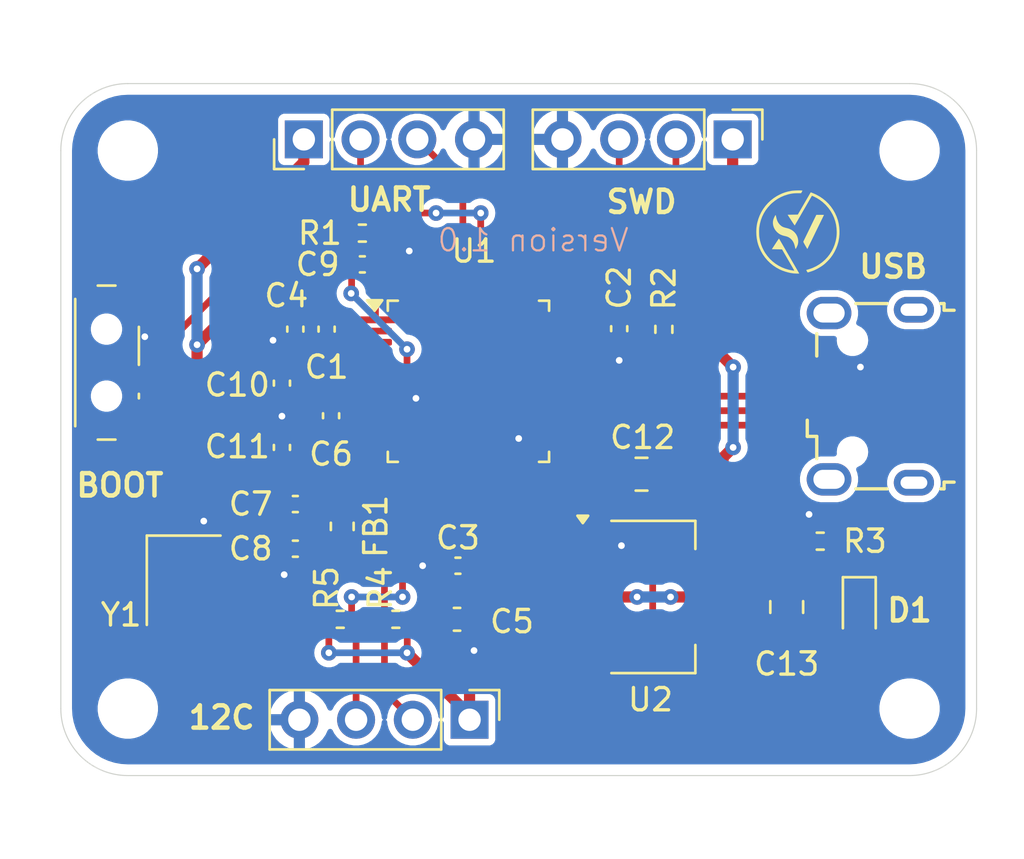
<source format=kicad_pcb>
(kicad_pcb (version 20240108) (generator "pcbnew") (generator_version "8.0")
  (layers (0 "F.Cu" signal) (31 "B.Cu" power) (34 "B.Paste" user) (35 "F.Paste" user) (36 "B.SilkS" user "B.Silkscreen") (37 "F.SilkS" user "F.Silkscreen") (38 "B.Mask" user) (39 "F.Mask" user) (44 "Edge.Cuts" user))
  (net 0 "")
  (net 1 "+3.3V")
  (net 2 "GND")
  (net 3 "+3.3VA")
  (net 4 "/NRST")
  (net 5 "/HSE_IN")
  (net 6 "/HSE_OUT")
  (net 7 "VBUS")
  (net 8 "/PWR_LED_K")
  (net 12 "/USB_D-")
  (net 14 "/USB_D+")
  (net 16 "/SWDIO")
  (net 17 "/SWCLK")
  (net 18 "/USART1_RX")
  (net 19 "/USART1_TX")
  (net 20 "/I2C2_SCL")
  (net 21 "/I2C2_SDA")
  (net 22 "/BOOT0")
  (net 23 "/SW_BOOT0")
  (footprint "Capacitor_SMD:C_0805_2012Metric" (layer "F.Cu") (at 124.5 86.45 90)
    (property "Reference" "C13" (at -2.55 0 0) (layer "F.SilkS"))
    (property "Value" "22u")
    (pad "1" smd roundrect (at -0.95 0 90) (size 1 1.45) (layers "F.Cu" "F.Paste" "F.Mask") (net 1 "+3.3V"))
    (pad "2" smd roundrect (at 0.95 0 90) (size 1 1.45) (layers "F.Cu" "F.Paste" "F.Mask") (net 2 "GND"))
  )
  (footprint "Connector_PinHeader_2.54mm:PinHeader_1x04_P2.54mm_Vertical" (layer "F.Cu") (at 102.88 65.5 90)
    (property "Reference" "UART" (at -2.7 3.82 0) (layer "F.SilkS") (effects (font (thickness 0.2) (bold yes))))
    (property "Value" "Conn_01x04_Pin")
    (pad "1" thru_hole rect (at 0 0 90) (size 1.7 1.7) (drill 1) (layers "*.Cu" "*.Mask") (net 1 "+3.3V"))
    (pad "2" thru_hole oval (at 0 2.54 90) (size 1.7 1.7) (drill 1) (layers "*.Cu" "*.Mask") (net 19 "/USART1_TX"))
    (pad "3" thru_hole oval (at 0 5.08 90) (size 1.7 1.7) (drill 1) (layers "*.Cu" "*.Mask") (net 18 "/USART1_RX"))
    (pad "4" thru_hole oval (at 0 7.62 90) (size 1.7 1.7) (drill 1) (layers "*.Cu" "*.Mask") (net 2 "GND"))
  )
  (footprint "Logo SV 2:Logo SV" (layer "F.Cu") (at 125.000064 73.564104)
    (property "Reference" "G***" (hide yes))
    (property "Value" "LOGO" (hide yes))
  )
  (footprint "Resistor_SMD:R_0402_1005Metric" (layer "F.Cu") (at 126 83.5 180)
    (property "Reference" "R3" (at -2 0 0) (layer "F.SilkS"))
    (property "Value" "1k5")
    (pad "1" smd roundrect (at -0.51 0 180) (size 0.54 0.64) (layers "F.Cu" "F.Paste" "F.Mask") (net 8 "/PWR_LED_K"))
    (pad "2" smd roundrect (at 0.51 0 180) (size 0.54 0.64) (layers "F.Cu" "F.Paste" "F.Mask") (net 2 "GND"))
  )
  (footprint "MountingHole:MountingHole_2.2mm_M2" (layer "F.Cu") (at 130 66)
    (property "Reference" "H2")
    (property "Value" "MountingHole")
    (pad "" np_thru_hole circle (at 0 0) (size 2.2 2.2) (drill 2.2) (layers "*.Cu" "*.Mask"))
  )
  (footprint "Capacitor_SMD:C_0402_1005Metric" (layer "F.Cu") (at 104.1 77.88 90)
    (property "Reference" "C6" (at -1.72 0 180) (layer "F.SilkS"))
    (property "Value" "10n")
    (pad "1" smd roundrect (at -0.48 0 90) (size 0.56 0.62) (layers "F.Cu" "F.Paste" "F.Mask") (net 3 "+3.3VA"))
    (pad "2" smd roundrect (at 0.48 0 90) (size 0.56 0.62) (layers "F.Cu" "F.Paste" "F.Mask") (net 2 "GND"))
  )
  (footprint "Capacitor_SMD:C_0603_1608Metric" (layer "F.Cu") (at 109.74 87)
    (property "Reference" "C5" (at 2.46 0.1 0) (layer "F.SilkS"))
    (property "Value" "10u")
    (pad "1" smd roundrect (at -0.775 0) (size 0.9 0.95) (layers "F.Cu" "F.Paste" "F.Mask") (net 1 "+3.3V"))
    (pad "2" smd roundrect (at 0.775 0) (size 0.9 0.95) (layers "F.Cu" "F.Paste" "F.Mask") (net 2 "GND"))
  )
  (footprint "Capacitor_SMD:C_0402_1005Metric" (layer "F.Cu") (at 102.5 81.8375 180)
    (property "Reference" "C7" (at 2 0 0) (layer "F.SilkS"))
    (property "Value" "1u")
    (pad "1" smd roundrect (at -0.48 0 180) (size 0.56 0.62) (layers "F.Cu" "F.Paste" "F.Mask") (net 3 "+3.3VA"))
    (pad "2" smd roundrect (at 0.48 0 180) (size 0.56 0.62) (layers "F.Cu" "F.Paste" "F.Mask") (net 2 "GND"))
  )
  (footprint "Crystal:Crystal_SMD_3225-4Pin_3.2x2.5mm" (layer "F.Cu") (at 97.5 85.25 -90)
    (property "Reference" "Y1" (at 1.55 2.8 0) (layer "F.SilkS"))
    (property "Value" "16MHz")
    (pad "1" smd rect (at -1.1 0.85 270) (size 1.4 1.2) (layers "F.Cu" "F.Paste" "F.Mask") (net 5 "/HSE_IN"))
    (pad "2" smd rect (at 1.1 0.85 270) (size 1.4 1.2) (layers "F.Cu" "F.Paste" "F.Mask") (net 2 "GND"))
    (pad "3" smd rect (at 1.1 -0.85 270) (size 1.4 1.2) (layers "F.Cu" "F.Paste" "F.Mask") (net 6 "/HSE_OUT"))
    (pad "4" smd rect (at -1.1 -0.85 270) (size 1.4 1.2) (layers "F.Cu" "F.Paste" "F.Mask") (net 2 "GND"))
  )
  (footprint "Capacitor_SMD:C_0402_1005Metric" (layer "F.Cu") (at 109.78 84.6 180)
    (property "Reference" "C3" (at 0 1.25 0) (layer "F.SilkS"))
    (property "Value" "100n")
    (pad "1" smd roundrect (at -0.48 0 180) (size 0.56 0.62) (layers "F.Cu" "F.Paste" "F.Mask") (net 1 "+3.3V"))
    (pad "2" smd roundrect (at 0.48 0 180) (size 0.56 0.62) (layers "F.Cu" "F.Paste" "F.Mask") (net 2 "GND"))
  )
  (footprint "MountingHole:MountingHole_2.2mm_M2" (layer "F.Cu") (at 95 66)
    (property "Reference" "H1")
    (property "Value" "MountingHole")
    (pad "" np_thru_hole circle (at 0 0) (size 2.2 2.2) (drill 2.2) (layers "*.Cu" "*.Mask"))
  )
  (footprint "Connector_PinHeader_2.54mm:PinHeader_1x04_P2.54mm_Vertical" (layer "F.Cu") (at 110.3 91.5 -90)
    (property "Reference" "12C" (at -0.1 11.1 180) (layer "F.SilkS") (effects (font (thickness 0.2) (bold yes))))
    (property "Value" "Conn_01x04_Pin")
    (pad "1" thru_hole rect (at 0 0 270) (size 1.7 1.7) (drill 1) (layers "*.Cu" "*.Mask") (net 1 "+3.3V"))
    (pad "2" thru_hole oval (at 0 2.54 270) (size 1.7 1.7) (drill 1) (layers "*.Cu" "*.Mask") (net 20 "/I2C2_SCL"))
    (pad "3" thru_hole oval (at 0 5.08 270) (size 1.7 1.7) (drill 1) (layers "*.Cu" "*.Mask") (net 21 "/I2C2_SDA"))
    (pad "4" thru_hole oval (at 0 7.62 270) (size 1.7 1.7) (drill 1) (layers "*.Cu" "*.Mask") (net 2 "GND"))
  )
  (footprint "SW_SPDT_PCM12_V2:SW_SPDT_PCM12_V2" (layer "F.Cu") (at 94.375 75.5 -90)
    (property "Reference" "BOOT" (at 5.5 -0.27 0) (layer "F.SilkS") (effects (font (thickness 0.2) (bold yes))))
    (property "Value" "SW_SPDT")
    (pad "" smd rect (at -3.65 -0.78 270) (size 1 0.8) (layers "F.Cu" "F.Paste" "F.Mask"))
    (pad "" smd rect (at -3.65 1.43 270) (size 1 0.8) (layers "F.Cu" "F.Paste" "F.Mask"))
    (pad "" np_thru_hole circle (at -1.5 0.33 270) (size 0.9 0.9) (drill 0.9) (layers "*.Cu" "*.Mask"))
    (pad "" np_thru_hole circle (at 1.5 0.33 270) (size 0.9 0.9) (drill 0.9) (layers "*.Cu" "*.Mask"))
    (pad "" smd rect (at 3.65 -0.78 270) (size 1 0.8) (layers "F.Cu" "F.Paste" "F.Mask"))
    (pad "" smd rect (at 3.65 1.43 270) (size 1 0.8) (layers "F.Cu" "F.Paste" "F.Mask"))
    (pad "1" smd rect (at -2.25 -1.43 270) (size 0.7 1.5) (layers "F.Cu" "F.Paste" "F.Mask") (net 2 "GND"))
    (pad "2" smd rect (at 0.75 -1.43 270) (size 0.7 1.5) (layers "F.Cu" "F.Paste" "F.Mask") (net 23 "/SW_BOOT0"))
    (pad "3" smd rect (at 2.25 -1.43 270) (size 0.7 1.5) (layers "F.Cu" "F.Paste" "F.Mask") (net 1 "+3.3V"))
  )
  (footprint "Capacitor_SMD:C_0402_1005Metric" (layer "F.Cu") (at 105.5 71.1)
    (property "Reference" "C9" (at -2 0 0) (layer "F.SilkS"))
    (property "Value" "100n")
    (pad "1" smd roundrect (at -0.48 0) (size 0.56 0.62) (layers "F.Cu" "F.Paste" "F.Mask") (net 4 "/NRST"))
    (pad "2" smd roundrect (at 0.48 0) (size 0.56 0.62) (layers "F.Cu" "F.Paste" "F.Mask") (net 2 "GND"))
  )
  (footprint "MountingHole:MountingHole_2.2mm_M2" (layer "F.Cu") (at 130 91)
    (property "Reference" "H4")
    (property "Value" "MountingHole")
    (pad "" np_thru_hole circle (at 0 0) (size 2.2 2.2) (drill 2.2) (layers "*.Cu" "*.Mask"))
  )
  (footprint "MountingHole:MountingHole_2.2mm_M2" (layer "F.Cu") (at 95 91)
    (property "Reference" "H3")
    (property "Value" "MountingHole")
    (pad "" np_thru_hole circle (at 0 0) (size 2.2 2.2) (drill 2.2) (layers "*.Cu" "*.Mask"))
  )
  (footprint "Capacitor_SMD:C_0805_2012Metric" (layer "F.Cu") (at 118 80.5 180)
    (property "Reference" "C12" (at -0.05 1.65 0) (layer "F.SilkS"))
    (property "Value" "22u")
    (pad "1" smd roundrect (at -0.95 0 180) (size 1 1.45) (layers "F.Cu" "F.Paste" "F.Mask") (net 7 "VBUS"))
    (pad "2" smd roundrect (at 0.95 0 180) (size 1 1.45) (layers "F.Cu" "F.Paste" "F.Mask") (net 2 "GND"))
  )
  (footprint "Package_TO_SOT_SMD:SOT-223-3_TabPin2" (layer "F.Cu") (at 118.5 86)
    (property "Reference" "U2" (at -0.1 4.6 0) (layer "F.SilkS"))
    (property "Value" "AMS1117-3.3")
    (pad "1" smd roundrect (at -3.15 -2.3) (size 2 1.5) (layers "F.Cu" "F.Paste" "F.Mask") (net 2 "GND"))
    (pad "2" smd roundrect (at -3.15 0) (size 2 1.5) (layers "F.Cu" "F.Paste" "F.Mask") (net 1 "+3.3V"))
    (pad "2" smd roundrect (at 3.15 0) (size 2 3.8) (layers "F.Cu" "F.Paste" "F.Mask") (net 1 "+3.3V"))
    (pad "3" smd roundrect (at -3.15 2.3) (size 2 1.5) (layers "F.Cu" "F.Paste" "F.Mask") (net 7 "VBUS"))
  )
  (footprint "LED_SMD:LED_0603_1608Metric" (layer "F.Cu") (at 127.75 86.6 -90)
    (property "Reference" "D1" (at 0 -2.25 0) (layer "F.SilkS") (effects (font (thickness 0.2) (bold yes))))
    (property "Value" "RED")
    (pad "1" smd roundrect (at -0.7875 0 270) (size 0.875 0.95) (layers "F.Cu" "F.Paste" "F.Mask") (net 8 "/PWR_LED_K"))
    (pad "2" smd roundrect (at 0.7875 0 270) (size 0.875 0.95) (layers "F.Cu" "F.Paste" "F.Mask") (net 1 "+3.3V"))
  )
  (footprint "Capacitor_SMD:C_0402_1005Metric" (layer "F.Cu") (at 101.9 79.3 90)
    (property "Reference" "C11" (at 0.0375 -2 0) (layer "F.SilkS"))
    (property "Value" "10p")
    (pad "1" smd roundrect (at -0.48 0 90) (size 0.56 0.62) (layers "F.Cu" "F.Paste" "F.Mask") (net 6 "/HSE_OUT"))
    (pad "2" smd roundrect (at 0.48 0 90) (size 0.56 0.62) (layers "F.Cu" "F.Paste" "F.Mask") (net 2 "GND"))
  )
  (footprint "Capacitor_SMD:C_0402_1005Metric" (layer "F.Cu") (at 102.5 83.8375 180)
    (property "Reference" "C8" (at 2 0 0) (layer "F.SilkS"))
    (property "Value" "1u")
    (pad "1" smd roundrect (at -0.48 0 180) (size 0.56 0.62) (layers "F.Cu" "F.Paste" "F.Mask") (net 1 "+3.3V"))
    (pad "2" smd roundrect (at 0.48 0 180) (size 0.56 0.62) (layers "F.Cu" "F.Paste" "F.Mask") (net 2 "GND"))
  )
  (footprint "Package_QFP:LQFP-48_7x7mm_P0.5mm" (layer "F.Cu") (at 110.25 76.3375)
    (property "Reference" "U1" (at 0.25 -5.8375 0) (layer "F.SilkS"))
    (property "Value" "STM32F103C8T6")
    (pad "1" smd roundrect (at -4.1625 -2.75) (size 1.475 0.3) (layers "F.Cu" "F.Paste" "F.Mask") (net 1 "+3.3V"))
    (pad "2" smd roundrect (at -4.1625 -2.25) (size 1.475 0.3) (layers "F.Cu" "F.Paste" "F.Mask"))
    (pad "3" smd roundrect (at -4.1625 -1.75) (size 1.475 0.3) (layers "F.Cu" "F.Paste" "F.Mask"))
    (pad "4" smd roundrect (at -4.1625 -1.25) (size 1.475 0.3) (layers "F.Cu" "F.Paste" "F.Mask"))
    (pad "5" smd roundrect (at -4.1625 -0.75) (size 1.475 0.3) (layers "F.Cu" "F.Paste" "F.Mask") (net 5 "/HSE_IN"))
    (pad "6" smd roundrect (at -4.1625 -0.25) (size 1.475 0.3) (layers "F.Cu" "F.Paste" "F.Mask") (net 6 "/HSE_OUT"))
    (pad "7" smd roundrect (at -4.1625 0.25) (size 1.475 0.3) (layers "F.Cu" "F.Paste" "F.Mask") (net 4 "/NRST"))
    (pad "8" smd roundrect (at -4.1625 0.75) (size 1.475 0.3) (layers "F.Cu" "F.Paste" "F.Mask") (net 2 "GND"))
    (pad "9" smd roundrect (at -4.1625 1.25) (size 1.475 0.3) (layers "F.Cu" "F.Paste" "F.Mask") (net 3 "+3.3VA"))
    (pad "10" smd roundrect (at -4.1625 1.75) (size 1.475 0.3) (layers "F.Cu" "F.Paste" "F.Mask"))
    (pad "11" smd roundrect (at -4.1625 2.25) (size 1.475 0.3) (layers "F.Cu" "F.Paste" "F.Mask"))
    (pad "12" smd roundrect (at -4.1625 2.75) (size 1.475 0.3) (layers "F.Cu" "F.Paste" "F.Mask"))
    (pad "13" smd roundrect (at -2.75 4.1625) (size 0.3 1.475) (layers "F.Cu" "F.Paste" "F.Mask"))
    (pad "14" smd roundrect (at -2.25 4.1625) (size 0.3 1.475) (layers "F.Cu" "F.Paste" "F.Mask"))
    (pad "15" smd roundrect (at -1.75 4.1625) (size 0.3 1.475) (layers "F.Cu" "F.Paste" "F.Mask"))
    (pad "16" smd roundrect (at -1.25 4.1625) (size 0.3 1.475) (layers "F.Cu" "F.Paste" "F.Mask"))
    (pad "17" smd roundrect (at -0.75 4.1625) (size 0.3 1.475) (layers "F.Cu" "F.Paste" "F.Mask"))
    (pad "18" smd roundrect (at -0.25 4.1625) (size 0.3 1.475) (layers "F.Cu" "F.Paste" "F.Mask"))
    (pad "19" smd roundrect (at 0.25 4.1625) (size 0.3 1.475) (layers "F.Cu" "F.Paste" "F.Mask"))
    (pad "20" smd roundrect (at 0.75 4.1625) (size 0.3 1.475) (layers "F.Cu" "F.Paste" "F.Mask"))
    (pad "21" smd roundrect (at 1.25 4.1625) (size 0.3 1.475) (layers "F.Cu" "F.Paste" "F.Mask") (net 20 "/I2C2_SCL"))
    (pad "22" smd roundrect (at 1.75 4.1625) (size 0.3 1.475) (layers "F.Cu" "F.Paste" "F.Mask") (net 21 "/I2C2_SDA"))
    (pad "23" smd roundrect (at 2.25 4.1625) (size 0.3 1.475) (layers "F.Cu" "F.Paste" "F.Mask") (net 2 "GND"))
    (pad "24" smd roundrect (at 2.75 4.1625) (size 0.3 1.475) (layers "F.Cu" "F.Paste" "F.Mask") (net 1 "+3.3V"))
    (pad "25" smd roundrect (at 4.1625 2.75) (size 1.475 0.3) (layers "F.Cu" "F.Paste" "F.Mask"))
    (pad "26" smd roundrect (at 4.1625 2.25) (size 1.475 0.3) (layers "F.Cu" "F.Paste" "F.Mask"))
    (pad "27" smd roundrect (at 4.1625 1.75) (size 1.475 0.3) (layers "F.Cu" "F.Paste" "F.Mask"))
    (pad "28" smd roundrect (at 4.1625 1.25) (size 1.475 0.3) (layers "F.Cu" "F.Paste" "F.Mask"))
    (pad "29" smd roundrect (at 4.1625 0.75) (size 1.475 0.3) (layers "F.Cu" "F.Paste" "F.Mask"))
    (pad "30" smd roundrect (at 4.1625 0.25) (size 1.475 0.3) (layers "F.Cu" "F.Paste" "F.Mask"))
    (pad "31" smd roundrect (at 4.1625 -0.25) (size 1.475 0.3) (layers "F.Cu" "F.Paste" "F.Mask"))
    (pad "32" smd roundrect (at 4.1625 -0.75) (size 1.475 0.3) (layers "F.Cu" "F.Paste" "F.Mask") (net 12 "/USB_D-"))
    (pad "33" smd roundrect (at 4.1625 -1.25) (size 1.475 0.3) (layers "F.Cu" "F.Paste" "F.Mask") (net 14 "/USB_D+"))
    (pad "34" smd roundrect (at 4.1625 -1.75) (size 1.475 0.3) (layers "F.Cu" "F.Paste" "F.Mask") (net 16 "/SWDIO"))
    (pad "35" smd roundrect (at 4.1625 -2.25) (size 1.475 0.3) (layers "F.Cu" "F.Paste" "F.Mask") (net 2 "GND"))
    (pad "36" smd roundrect (at 4.1625 -2.75) (size 1.475 0.3) (layers "F.Cu" "F.Paste" "F.Mask") (net 1 "+3.3V"))
    (pad "37" smd roundrect (at 2.75 -4.1625) (size 0.3 1.475) (layers "F.Cu" "F.Paste" "F.Mask") (net 17 "/SWCLK"))
    (pad "38" smd roundrect (at 2.25 -4.1625) (size 0.3 1.475) (layers "F.Cu" "F.Paste" "F.Mask"))
    (pad "39" smd roundrect (at 1.75 -4.1625) (size 0.3 1.475) (layers "F.Cu" "F.Paste" "F.Mask"))
    (pad "40" smd roundrect (at 1.25 -4.1625) (size 0.3 1.475) (layers "F.Cu" "F.Paste" "F.Mask"))
    (pad "41" smd roundrect (at 0.75 -4.1625) (size 0.3 1.475) (layers "F.Cu" "F.Paste" "F.Mask"))
    (pad "42" smd roundrect (at 0.25 -4.1625) (size 0.3 1.475) (layers "F.Cu" "F.Paste" "F.Mask") (net 19 "/USART1_TX"))
    (pad "43" smd roundrect (at -0.25 -4.1625) (size 0.3 1.475) (layers "F.Cu" "F.Paste" "F.Mask") (net 18 "/USART1_RX"))
    (pad "44" smd roundrect (at -0.75 -4.1625) (size 0.3 1.475) (layers "F.Cu" "F.Paste" "F.Mask") (net 22 "/BOOT0"))
    (pad "45" smd roundrect (at -1.25 -4.1625) (size 0.3 1.475) (layers "F.Cu" "F.Paste" "F.Mask"))
    (pad "46" smd roundrect (at -1.75 -4.1625) (size 0.3 1.475) (layers "F.Cu" "F.Paste" "F.Mask"))
    (pad "47" smd roundrect (at -2.25 -4.1625) (size 0.3 1.475) (layers "F.Cu" "F.Paste" "F.Mask") (net 2 "GND"))
    (pad "48" smd roundrect (at -2.75 -4.1625) (size 0.3 1.475) (layers "F.Cu" "F.Paste" "F.Mask") (net 1 "+3.3V"))
  )
  (footprint "Resistor_SMD:R_0402_1005Metric" (layer "F.Cu") (at 105.5 69.7)
    (property "Reference" "R1" (at -1.9 0 0) (layer "F.SilkS"))
    (property "Value" "10k")
    (pad "1" smd roundrect (at -0.51 0) (size 0.54 0.64) (layers "F.Cu" "F.Paste" "F.Mask") (net 23 "/SW_BOOT0"))
    (pad "2" smd roundrect (at 0.51 0) (size 0.54 0.64) (layers "F.Cu" "F.Paste" "F.Mask") (net 22 "/BOOT0"))
  )
  (footprint "Connector_PinHeader_2.54mm:PinHeader_1x04_P2.54mm_Vertical" (layer "F.Cu") (at 122.08 65.5 -90)
    (property "Reference" "SWD" (at 2.8 4.08 180) (layer "F.SilkS") (effects (font (thickness 0.2) (bold yes))))
    (property "Value" "Conn_01x04_Pin")
    (pad "1" thru_hole rect (at 0 0 270) (size 1.7 1.7) (drill 1) (layers "*.Cu" "*.Mask") (net 1 "+3.3V"))
    (pad "2" thru_hole oval (at 0 2.54 270) (size 1.7 1.7) (drill 1) (layers "*.Cu" "*.Mask") (net 16 "/SWDIO"))
    (pad "3" thru_hole oval (at 0 5.08 270) (size 1.7 1.7) (drill 1) (layers "*.Cu" "*.Mask") (net 17 "/SWCLK"))
    (pad "4" thru_hole oval (at 0 7.62 270) (size 1.7 1.7) (drill 1) (layers "*.Cu" "*.Mask") (net 2 "GND"))
  )
  (footprint "Capacitor_SMD:C_0402_1005Metric" (layer "F.Cu") (at 103.9 74 -90)
    (property "Reference" "C1" (at 1.7 0 180) (layer "F.SilkS"))
    (property "Value" "100n")
    (pad "1" smd roundrect (at -0.48 0 270) (size 0.56 0.62) (layers "F.Cu" "F.Paste" "F.Mask") (net 1 "+3.3V"))
    (pad "2" smd roundrect (at 0.48 0 270) (size 0.56 0.62) (layers "F.Cu" "F.Paste" "F.Mask") (net 2 "GND"))
  )
  (footprint "Capacitor_SMD:C_0402_1005Metric" (layer "F.Cu") (at 101.9 76.42 -90)
    (property "Reference" "C10" (at 0.08 2 180) (layer "F.SilkS"))
    (property "Value" "10p")
    (pad "1" smd roundrect (at -0.48 0 270) (size 0.56 0.62) (layers "F.Cu" "F.Paste" "F.Mask") (net 5 "/HSE_IN"))
    (pad "2" smd roundrect (at 0.48 0 270) (size 0.56 0.62) (layers "F.Cu" "F.Paste" "F.Mask") (net 2 "GND"))
  )
  (footprint "Connector_USB:USB_Micro-B_Wuerth_629105150521" (layer "F.Cu") (at 128.245 77.005 90)
    (property "Reference" "USB" (at 5.805 2.655 180) (layer "F.SilkS") (effects (font (thickness 0.2)) (justify right)))
    (property "Value" "USB_B_Micro")
    (pad "" np_thru_hole oval (at -2.5 -0.8 90) (size 0.8 0.8) (drill 0.8) (layers "*.Cu" "*.Mask"))
    (pad "" np_thru_hole oval (at 2.5 -0.8 90) (size 0.8 0.8) (drill 0.8) (layers "*.Cu" "*.Mask"))
    (pad "1" smd rect (at -1.3 -1.9 90) (size 0.45 1.3) (layers "F.Cu" "F.Paste" "F.Mask") (net 7 "VBUS"))
    (pad "2" smd rect (at -0.65 -1.9 90) (size 0.45 1.3) (layers "F.Cu" "F.Paste" "F.Mask") (net 12 "/USB_D-"))
    (pad "3" smd rect (at 0 -1.9 90) (size 0.45 1.3) (layers "F.Cu" "F.Paste" "F.Mask") (net 14 "/USB_D+"))
    (pad "4" smd rect (at 0.65 -1.9 90) (size 0.45 1.3) (layers "F.Cu" "F.Paste" "F.Mask"))
    (pad "5" smd rect (at 1.3 -1.9 90) (size 0.45 1.3) (layers "F.Cu" "F.Paste" "F.Mask") (net 2 "GND"))
    (pad "6" thru_hole oval (at -3.875 1.95 90) (size 1.15 1.8) (drill oval 0.55 1.2) (layers "*.Cu" "*.Mask"))
    (pad "6" thru_hole oval (at -3.725 -1.85 90) (size 1.45 2) (drill oval 0.85 1.4) (layers "*.Cu" "*.Mask"))
    (pad "6" thru_hole oval (at 3.725 -1.85 90) (size 1.45 2) (drill oval 0.85 1.4) (layers "*.Cu" "*.Mask"))
    (pad "6" thru_hole oval (at 3.875 1.95 90) (size 1.15 1.8) (drill oval 0.55 1.2) (layers "*.Cu" "*.Mask"))
  )
  (footprint "Resistor_SMD:R_0402_1005Metric" (layer "F.Cu") (at 119 74.01 -90)
    (property "Reference" "R2" (at -1.8375 0 90) (layer "F.SilkS"))
    (property "Value" "1k5")
    (pad "1" smd roundrect (at -0.51 0 270) (size 0.54 0.64) (layers "F.Cu" "F.Paste" "F.Mask") (net 1 "+3.3V"))
    (pad "2" smd roundrect (at 0.51 0 270) (size 0.54 0.64) (layers "F.Cu" "F.Paste" "F.Mask") (net 14 "/USB_D+"))
  )
  (footprint "Capacitor_SMD:C_0402_1005Metric" (layer "F.Cu") (at 117 73.98 -90)
    (property "Reference" "C2" (at -1.8375 0 90) (layer "F.SilkS"))
    (property "Value" "100n")
    (pad "1" smd roundrect (at -0.48 0 270) (size 0.56 0.62) (layers "F.Cu" "F.Paste" "F.Mask") (net 1 "+3.3V"))
    (pad "2" smd roundrect (at 0.48 0 270) (size 0.56 0.62) (layers "F.Cu" "F.Paste" "F.Mask") (net 2 "GND"))
  )
  (footprint "Resistor_SMD:R_0402_1005Metric" (layer "F.Cu") (at 104.51 87)
    (property "Reference" "R5" (at -0.61 -1.4 90) (layer "F.SilkS"))
    (property "Value" "1k5")
    (pad "1" smd roundrect (at -0.51 0) (size 0.54 0.64) (layers "F.Cu" "F.Paste" "F.Mask") (net 1 "+3.3V"))
    (pad "2" smd roundrect (at 0.51 0) (size 0.54 0.64) (layers "F.Cu" "F.Paste" "F.Mask") (net 21 "/I2C2_SDA"))
  )
  (footprint "Capacitor_SMD:C_0402_1005Metric" (layer "F.Cu") (at 102.5 74 -90)
    (property "Reference" "C4" (at -1.5 0.4 180) (layer "F.SilkS"))
    (property "Value" "100n")
    (pad "1" smd roundrect (at -0.48 0 270) (size 0.56 0.62) (layers "F.Cu" "F.Paste" "F.Mask") (net 1 "+3.3V"))
    (pad "2" smd roundrect (at 0.48 0 270) (size 0.56 0.62) (layers "F.Cu" "F.Paste" "F.Mask") (net 2 "GND"))
  )
  (footprint "Resistor_SMD:R_0402_1005Metric" (layer "F.Cu") (at 107 87 180)
    (property "Reference" "R4" (at 0.7 1.4 90) (layer "F.SilkS"))
    (property "Value" "1k5")
    (pad "1" smd roundrect (at -0.51 0 180) (size 0.54 0.64) (layers "F.Cu" "F.Paste" "F.Mask") (net 1 "+3.3V"))
    (pad "2" smd roundrect (at 0.51 0 180) (size 0.54 0.64) (layers "F.Cu" "F.Paste" "F.Mask") (net 20 "/I2C2_SCL"))
  )
  (footprint "Inductor_SMD:L_0603_1608Metric" (layer "F.Cu") (at 104.6 82.8375 -90)
    (property "Reference" "FB1" (at 0 -1.5 -90) (layer "F.SilkS"))
    (property "Value" "120R")
    (pad "1" smd roundrect (at -0.7875 0 270) (size 0.875 0.95) (layers "F.Cu" "F.Paste" "F.Mask") (net 3 "+3.3VA"))
    (pad "2" smd roundrect (at 0.7875 0 270) (size 0.875 0.95) (layers "F.Cu" "F.Paste" "F.Mask") (net 1 "+3.3V"))
  )
  (gr_line (start 92 66) (end 92 91) (stroke (width 0.05)) (layer "Edge.Cuts"))
  (gr_arc (start 130 63) (mid 132.12132 63.87868) (end 133 66) (stroke (width 0.05)) (layer "Edge.Cuts"))
  (gr_arc (start 92 66) (mid 92.87868 63.87868) (end 95 63) (stroke (width 0.05)) (layer "Edge.Cuts"))
  (gr_arc (start 95 94) (mid 92.87868 93.12132) (end 92 91) (stroke (width 0.05)) (layer "Edge.Cuts"))
  (gr_line (start 133 66) (end 133 91) (stroke (width 0.05)) (layer "Edge.Cuts"))
  (gr_line (start 95 94) (end 130 94) (stroke (width 0.05)) (layer "Edge.Cuts"))
  (gr_arc (start 133 91) (mid 132.12132 93.12132) (end 130 94) (stroke (width 0.05)) (layer "Edge.Cuts"))
  (gr_line (start 95 63) (end 130 63) (stroke (width 0.05)) (layer "Edge.Cuts"))
  (gr_text "Version 1.0" (at 117.5 70.6 0) (layer "B.SilkS") (effects (font (size 1 1) (thickness 0.1)) (justify left bottom mirror)))
  (segment (start 107.51 87.355) (end 107.51 87) (width 0.3) (layer "F.Cu") (net 1))
  (segment (start 113 81.86) (end 110.26 84.6) (width 0.3) (layer "F.Cu") (net 1))
  (segment (start 114.5 86) (end 110.3 90.2) (width 0.5) (layer "F.Cu") (net 1))
  (segment (start 121.65 86) (end 119.3 86) (width 0.5) (layer "F.Cu") (net 1))
  (segment (start 122.1 75.7) (end 119.9 73.5) (width 0.5) (layer "F.Cu") (net 1))
  (segment (start 121.65 79.75) (end 121.65 86) (width 0.5) (layer "F.Cu") (net 1))
  (segment (start 108.7 74.7) (end 107.5875 73.5875) (width 0.3) (layer "F.Cu") (net 1))
  (segment (start 107.51 87) (end 107.51 88.49) (width 0.3) (layer "F.Cu") (net 1))
  (segment (start 102.5 73.52) (end 103.9 73.52) (width 0.5) (layer "F.Cu") (net 1))
  (segment (start 122.08 70.42) (end 119 73.5) (width 0.5) (layer "F.Cu") (net 1))
  (segment (start 104.3875 83.8375) (end 104.6 83.625) (width 0.3) (layer "F.Cu") (net 1))
  (segment (start 103.9675 73.5875) (end 103.9 73.52) (width 0.3) (layer "F.Cu") (net 1))
  (segment (start 106.525 72.175) (end 107.5 72.175) (width 0.3) (layer "F.Cu") (net 1))
  (segment (start 115.35 86) (end 114.5 86) (width 0.5) (layer "F.Cu") (net 1))
  (segment (start 110.3 91.3) (end 107.5 88.5) (width 0.5) (layer "F.Cu") (net 1))
  (segment (start 124.5125 87.3875) (end 124.5 87.4) (width 0.5) (layer "F.Cu") (net 1))
  (segment (start 110.3 90.2) (end 110.3 91.5) (width 0.5) (layer "F.Cu") (net 1))
  (segment (start 98.1 76.7) (end 97.05 77.75) (width 0.5) (layer "F.Cu") (net 1))
  (segment (start 107.51 88.49) (end 107.5 88.5) (width 0.3) (layer "F.Cu") (net 1))
  (segment (start 117.8 86) (end 115.35 86) (width 0.5) (layer "F.Cu") (net 1))
  (segment (start 104 88.5) (end 104 87) (width 0.3) (layer "F.Cu") (net 1))
  (segment (start 106.0875 73.5875) (end 103.9675 73.5875) (width 0.3) (layer "F.Cu") (net 1))
  (segment (start 106.2 82.025) (end 106.2 80.31562) (width 0.3) (layer "F.Cu") (net 1))
  (segment (start 113 80.5) (end 113 81.86) (width 0.3) (layer "F.Cu") (net 1))
  (segment (start 97.05 77.75) (end 95.76 77.75) (width 0.5) (layer "F.Cu") (net 1))
  (segment (start 98.1 71.3) (end 102.88 66.52) (width 0.5) (layer "F.Cu") (net 1))
  (segment (start 98.1 74.7) (end 99.28 73.52) (width 0.5) (layer "F.Cu") (net 1))
  (segment (start 102.98 83.8375) (end 104.3875 83.8375) (width 0.3) (layer "F.Cu") (net 1))
  (segment (start 110.265 85.7) (end 115.05 85.7) (width 0.3) (layer "F.Cu") (net 1))
  (segment (start 115.05 85.7) (end 115.35 86) (width 0.3) (layer "F.Cu") (net 1))
  (segment (start 114.4125 73.5875) (end 118.9125 73.5875) (width 0.3) (layer "F.Cu") (net 1))
  (segment (start 110.26 84.6) (end 110.26 85.705) (width 0.3) (layer "F.Cu") (net 1))
  (segment (start 110.26 85.705) (end 108.965 87) (width 0.3) (layer "F.Cu") (net 1))
  (segment (start 119.9 73.5) (end 119 73.5) (width 0.5) (layer "F.Cu") (net 1))
  (segment (start 108.965 87) (end 110.265 85.7) (width 0.3) (layer "F.Cu") (net 1))
  (segment (start 118.9125 73.5875) (end 119 73.5) (width 0.3) (layer "F.Cu") (net 1))
  (segment (start 107.5875 73.5875) (end 106.0875 73.5875) (width 0.3) (layer "F.Cu") (net 1))
  (segment (start 123.05 87.4) (end 121.65 86) (width 0.5) (layer "F.Cu") (net 1))
  (segment (start 108.7 77.81562) (end 108.7 74.7) (width 0.3) (layer "F.Cu") (net 1))
  (segment (start 124.5 87.4) (end 123.05 87.4) (width 0.5) (layer "F.Cu") (net 1))
  (segment (start 102.88 66.52) (end 102.88 65.5) (width 0.5) (layer "F.Cu") (net 1))
  (segment (start 110.3 91.5) (end 110.3 91.3) (width 0.5) (layer "F.Cu") (net 1))
  (segment (start 122.1 79.3) (end 121.65 79.75) (width 0.5) (layer "F.Cu") (net 1))
  (segment (start 106.0875 72.6125) (end 106.525 72.175) (width 0.3) (layer "F.Cu") (net 1))
  (segment (start 106.2 80.31562) (end 108.7 77.81562) (width 0.3) (layer "F.Cu") (net 1))
  (segment (start 99.28 73.52) (end 102.5 73.52) (width 0.5) (layer "F.Cu") (net 1))
  (segment (start 104.6 83.625) (end 106.2 82.025) (width 0.3) (layer "F.Cu") (net 1))
  (segment (start 127.75 87.3875) (end 124.5125 87.3875) (width 0.5) (layer "F.Cu") (net 1))
  (segment (start 122.08 65.5) (end 122.08 70.42) (width 0.5) (layer "F.Cu") (net 1))
  (segment (start 106.0875 73.5875) (end 106.0875 72.6125) (width 0.3) (layer "F.Cu") (net 1))
  (segment (start 98.1 74.7) (end 98.1 76.7) (width 0.5) (layer "F.Cu") (net 1))
  (segment (start 104 87) (end 104 86.4) (width 0.3) (layer "F.Cu") (net 1))
  (segment (start 107.51 87) (end 108.965 87) (width 0.3) (layer "F.Cu") (net 1))
  (segment (start 102.98 85.38) (end 102.98 83.8375) (width 0.3) (layer "F.Cu") (net 1))
  (segment (start 104 86.4) (end 102.98 85.38) (width 0.3) (layer "F.Cu") (net 1))
  (via (at 117.8 86) (size 0.7) (drill 0.3) (layers "F.Cu" "B.Cu") (net 1))
  (via (at 98.1 74.7) (size 0.7) (drill 0.3) (layers "F.Cu" "B.Cu") (net 1))
  (via (at 107.5 88.5) (size 0.7) (drill 0.3) (layers "F.Cu" "B.Cu") (net 1))
  (via (at 119.3 86) (size 0.7) (drill 0.3) (layers "F.Cu" "B.Cu") (net 1))
  (via (at 122.1 75.7) (size 0.7) (drill 0.3) (layers "F.Cu" "B.Cu") (net 1))
  (via (at 98.1 71.3) (size 0.7) (drill 0.3) (layers "F.Cu" "B.Cu") (net 1))
  (via (at 104 88.5) (size 0.7) (drill 0.3) (layers "F.Cu" "B.Cu") (net 1))
  (via (at 122.1 79.3) (size 0.7) (drill 0.3) (layers "F.Cu" "B.Cu") (net 1))
  (segment (start 98.1 71.3) (end 98.1 74.7) (width 0.5) (layer "B.Cu") (net 1))
  (segment (start 119.3 86) (end 117.8 86) (width 0.5) (layer "B.Cu") (net 1))
  (segment (start 107.5 88.5) (end 104 88.5) (width 0.3) (layer "B.Cu") (net 1))
  (segment (start 122.1 75.7) (end 122.1 79.3) (width 0.5) (layer "B.Cu") (net 1))
  (segment (start 108 72.175) (end 108 70.9) (width 0.3) (layer "F.Cu") (net 2))
  (segment (start 112.5 80.5) (end 112.5 78.9) (width 0.3) (layer "F.Cu") (net 2))
  (segment (start 95.76 74.34) (end 95.76 73.25) (width 0.3) (layer "F.Cu") (net 2))
  (segment (start 124.5 84.49) (end 125.49 83.5) (width 0.3) (layer "F.Cu") (net 2))
  (segment (start 107.9 77.1) (end 107.8875 77.0875) (width 0.3) (layer "F.Cu") (net 2))
  (segment (start 101.52 74.48) (end 101.5 74.5) (width 0.3) (layer "F.Cu") (net 2))
  (segment (start 102.02 81.8375) (end 102.02 83.8375) (width 0.3) (layer "F.Cu") (net 2))
  (segment (start 98.35 84.15) (end 98.35 82.65) (width 0.3) (layer "F.Cu") (net 2))
  (segment (start 110.515 87) (end 110.515 88.385) (width 0.3) (layer "F.Cu") (net 2))
  (segment (start 125.49 82.31) (end 125.49 83.5) (width 0.3) (layer "F.Cu") (net 2))
  (segment (start 96.65 86.35) (end 96.65 86.25) (width 0.3) (layer "F.Cu") (net 2))
  (segment (start 101.9 76.9) (end 101.9 77.9) (width 0.3) (layer "F.Cu") (net 2))
  (segment (start 104.4125 77.0875) (end 106.0875 77.0875) (width 0.3) (layer "F.Cu") (net 2))
  (segment (start 126.345 75.705) (end 127.795 75.705) (width 0.3) (layer "F.Cu") (net 2))
  (segment (start 101.9 77.9) (end 101.9 78.82) (width 0.3) (layer "F.Cu") (net 2))
  (segment (start 98.35 82.65) (end 98.4 82.6) (width 0.3) (layer "F.Cu") (net 2))
  (segment (start 124.5 85.5) (end 124.5 84.49) (width 0.3) (layer "F.Cu") (net 2))
  (segment (start 127.795 75.705) (end 127.8 75.7) (width 0.3) (layer "F.Cu") (net 2))
  (segment (start 98.35 84.55) (end 98.35 84.15) (width 0.3) (layer "F.Cu") (net 2))
  (segment (start 115.25312 74.0875) (end 115.62562 74.46) (width 0.3) (layer "F.Cu") (net 2))
  (segment (start 108 70.9) (end 107.6 70.5) (width 0.3) (layer "F.Cu") (net 2))
  (segment (start 125.5 82.3) (end 125.49 82.31) (width 0.3) (layer "F.Cu") (net 2))
  (segment (start 102.02 83.8375) (end 102.02 84.98) (width 0.3) (layer "F.Cu") (net 2))
  (segment (start 114.4125 74.0875) (end 115.25312 74.0875) (width 0.3) (layer "F.Cu") (net 2))
  (segment (start 117.05 83.65) (end 117.1 83.7) (width 0.3) (layer "F.Cu") (net 2))
  (segment (start 105.98 71.1) (end 106.58 70.5) (width 0.3) (layer "F.Cu") (net 2))
  (segment (start 102.5 74.48) (end 101.52 74.48) (width 0.3) (layer "F.Cu") (net 2))
  (segment (start 117.05 80.5) (end 117.05 83.65) (width 0.3) (layer "F.Cu") (net 2))
  (segment (start 115.35 83.7) (end 117.1 83.7) (width 0.3) (layer "F.Cu") (net 2))
  (segment (start 106.58 70.5) (end 107.6 70.5) (width 0.3) (layer "F.Cu") (net 2))
  (segment (start 102.5 74.48) (end 103.9 74.48) (width 0.3) (layer "F.Cu") (net 2))
  (segment (start 107.8875 77.0875) (end 106.0875 77.0875) (width 0.3) (layer "F.Cu") (net 2))
  (segment (start 102.02 84.98) (end 102 85) (width 0.3) (layer "F.Cu") (net 2))
  (segment (start 104.1 77.4) (end 104.4125 77.0875) (width 0.3) (layer "F.Cu") (net 2))
  (segment (start 109.3 84.6) (end 108.2 84.6) (width 0.3) (layer "F.Cu") (net 2))
  (segment (start 110.515 88.385) (end 110.5 88.4) (width 0.3) (layer "F.Cu") (net 2))
  (segment (start 96.65 86.25) (end 98.35 84.55) (width 0.3) (layer "F.Cu") (net 2))
  (segment (start 115.62562 74.46) (end 117 74.46) (width 0.3) (layer "F.Cu") (net 2))
  (segment (start 117 74.46) (end 117 75.4) (width 0.3) (layer "F.Cu") (net 2))
  (via (at 107.6 70.5) (size 0.7) (drill 0.3) (layers "F.Cu" "B.Cu") (net 2))
  (via (at 95.76 74.34) (size 0.7) (drill 0.3) (layers "F.Cu" "B.Cu") (net 2))
  (via (at 98.4 82.6) (size 0.7) (drill 0.3) (layers "F.Cu" "B.Cu") (net 2))
  (via (at 101.9 77.9) (size 0.7) (drill 0.3) (layers "F.Cu" "B.Cu") (net 2))
  (via (at 102 85) (size 0.7) (drill 0.3) (layers "F.Cu" "B.Cu") (net 2))
  (via (at 127.8 75.7) (size 0.7) (drill 0.3) (layers "F.Cu" "B.Cu") (net 2))
  (via (at 117.1 83.7) (size 0.7) (drill 0.3) (layers "F.Cu" "B.Cu") (net 2))
  (via (at 112.5 78.9) (size 0.7) (drill 0.3) (layers "F.Cu" "B.Cu") (net 2))
  (via (at 125.5 82.3) (size 0.7) (drill 0.3) (layers "F.Cu" "B.Cu") (net 2))
  (via (at 108.2 84.6) (size 0.7) (drill 0.3) (layers "F.Cu" "B.Cu") (net 2))
  (via (at 110.5 88.4) (size 0.7) (drill 0.3) (layers "F.Cu" "B.Cu") (net 2))
  (via (at 117 75.4) (size 0.7) (drill 0.3) (layers "F.Cu" "B.Cu") (net 2))
  (via (at 101.5 74.5) (size 0.7) (drill 0.3) (layers "F.Cu" "B.Cu") (net 2))
  (via (at 107.9 77.1) (size 0.7) (drill 0.3) (layers "F.Cu" "B.Cu") (net 2))
  (segment (start 103.1925 82.05) (end 102.98 81.8375) (width 0.3) (layer "F.Cu") (net 3))
  (segment (start 104.6 82.05) (end 104.1 81.55) (width 0.5) (layer "F.Cu") (net 3))
  (segment (start 104.1 81.55) (end 104.1 78.36) (width 0.5) (layer "F.Cu") (net 3))
  (segment (start 106.0875 77.5875) (end 105.182499 77.5875) (width 0.3) (layer "F.Cu") (net 3))
  (segment (start 105.182499 77.5875) (end 104.409999 78.36) (width 0.3) (layer "F.Cu") (net 3))
  (segment (start 104.6 82.05) (end 103.1925 82.05) (width 0.3) (layer "F.Cu") (net 3))
  (segment (start 104.3 81.75) (end 104.6 82.05) (width 0.3) (layer "F.Cu") (net 3))
  (segment (start 104.409999 78.36) (end 104.1 78.36) (width 0.3) (layer "F.Cu") (net 3))
  (segment (start 105.02 71.1) (end 105.02 72.38) (width 0.3) (layer "F.Cu") (net 4))
  (segment (start 107.2125 76.5875) (end 106.0875 76.5875) (width 0.3) (layer "F.Cu") (net 4))
  (segment (start 105.02 72.38) (end 105 72.4) (width 0.3) (layer "F.Cu") (net 4))
  (segment (start 107.5 76.3) (end 107.2125 76.5875) (width 0.3) (layer "F.Cu") (net 4))
  (segment (start 107.5 74.9) (end 107.5 76.3) (width 0.3) (layer "F.Cu") (net 4))
  (via (at 107.5 74.9) (size 0.7) (drill 0.3) (layers "F.Cu" "B.Cu") (net 4))
  (via (at 105 72.4) (size 0.7) (drill 0.3) (layers "F.Cu" "B.Cu") (net 4))
  (segment (start 105 72.4) (end 107.5 74.9) (width 0.3) (layer "B.Cu") (net 4))
  (segment (start 102.2525 75.5875) (end 106.0875 75.5875) (width 0.3) (layer "F.Cu") (net 5))
  (segment (start 101.590001 75.94) (end 101.9 75.94) (width 0.3) (layer "F.Cu") (net 5))
  (segment (start 101.9 75.94) (end 102.2525 75.5875) (width 0.3) (layer "F.Cu") (net 5))
  (segment (start 96.65 80.880001) (end 101.590001 75.94) (width 0.3) (layer "F.Cu") (net 5))
  (segment (start 96.65 84.15) (end 96.65 80.880001) (width 0.3) (layer "F.Cu") (net 5))
  (segment (start 100 81.68) (end 101.9 79.78) (width 0.3) (layer "F.Cu") (net 6))
  (segment (start 104.405654 76.0875) (end 106.0875 76.0875) (width 0.3) (layer "F.Cu") (net 6))
  (segment (start 103.1 77.393154) (end 104.405654 76.0875) (width 0.3) (layer "F.Cu") (net 6))
  (segment (start 98.35 86.35) (end 100 84.7) (width 0.3) (layer "F.Cu") (net 6))
  (segment (start 101.9 79.78) (end 102.366846 79.78) (width 0.3) (layer "F.Cu") (net 6))
  (segment (start 100 84.7) (end 100 81.68) (width 0.3) (layer "F.Cu") (net 6))
  (segment (start 103.1 79.046846) (end 103.1 77.393154) (width 0.3) (layer "F.Cu") (net 6))
  (segment (start 102.366846 79.78) (end 103.1 79.046846) (width 0.3) (layer "F.Cu") (net 6))
  (segment (start 126.345 78.305) (end 121.145 78.305) (width 0.3) (layer "F.Cu") (net 7))
  (segment (start 118.5 80.95) (end 118.5 87.7) (width 0.3) (layer "F.Cu") (net 7))
  (segment (start 118.95 80.5) (end 118.5 80.95) (width 0.3) (layer "F.Cu") (net 7))
  (segment (start 121.145 78.305) (end 118.95 80.5) (width 0.3) (layer "F.Cu") (net 7))
  (segment (start 117.9 88.3) (end 115.35 88.3) (width 0.3) (layer "F.Cu") (net 7))
  (segment (start 118.5 87.7) (end 117.9 88.3) (width 0.3) (layer "F.Cu") (net 7))
  (segment (start 127.75 84.74) (end 126.51 83.5) (width 0.3) (layer "F.Cu") (net 8))
  (segment (start 127.75 85.6625) (end 127.75 84.74) (width 0.3) (layer "F.Cu") (net 8))
  (segment (start 117.32062 77.655) (end 126.345 77.655) (width 0.3) (layer "F.Cu") (net 12))
  (segment (start 115.25312 75.5875) (end 117.32062 77.655) (width 0.3) (layer "F.Cu") (net 12))
  (segment (start 114.4125 75.5875) (end 115.25312 75.5875) (width 0.3) (layer "F.Cu") (net 12))
  (segment (start 115.5875 75.0875) (end 117.505 77.005) (width 0.3) (layer "F.Cu") (net 14))
  (segment (start 117.505 77.005) (end 119 77.005) (width 0.3) (layer "F.Cu") (net 14))
  (segment (start 119 74.52) (end 119 77.005) (width 0.3) (layer "F.Cu") (net 14))
  (segment (start 114.4125 75.0875) (end 115.5875 75.0875) (width 0.3) (layer "F.Cu") (net 14))
  (segment (start 119 77.005) (end 126.345 77.005) (width 0.3) (layer "F.Cu") (net 14))
  (segment (start 112.5 74.51562) (end 112.57188 74.5875) (width 0.3) (layer "F.Cu") (net 16))
  (segment (start 112.57188 74.5875) (end 114.4125 74.5875) (width 0.3) (layer "F.Cu") (net 16))
  (segment (start 119.54 65.5) (end 119.54 66.97562) (width 0.3) (layer "F.Cu") (net 16))
  (segment (start 119.54 66.97562) (end 112.5 74.01562) (width 0.3) (layer "F.Cu") (net 16))
  (segment (start 112.5 74.01562) (end 112.5 74.51562) (width 0.3) (layer "F.Cu") (net 16))
  (segment (start 113 70.7) (end 113 72.175) (width 0.3) (layer "F.Cu") (net 17))
  (segment (start 117 66.7) (end 113 70.7) (width 0.3) (layer "F.Cu") (net 17))
  (segment (start 117 65.5) (end 117 66.7) (width 0.3) (layer "F.Cu") (net 17))
  (segment (start 110 67.54) (end 110 72.175) (width 0.3) (layer "F.Cu") (net 18))
  (segment (start 107.96 65.5) (end 110 67.54) (width 0.3) (layer "F.Cu") (net 18))
  (segment (start 107.5 68.8) (end 108.8 68.8) (width 0.3) (layer "F.Cu") (net 19))
  (segment (start 105.42 66.72) (end 107.5 68.8) (width 0.3) (layer "F.Cu") (net 19))
  (segment (start 110.8 70.1) (end 110.5 70.4) (width 0.3) (layer "F.Cu") (net 19))
  (segment (start 105.42 65.5) (end 105.42 66.72) (width 0.3) (layer "F.Cu") (net 19))
  (segment (start 110.5 70.4) (end 110.5 72.175) (width 0.3) (layer "F.Cu") (net 19))
  (segment (start 110.8 68.8) (end 110.8 70.1) (width 0.3) (layer "F.Cu") (net 19))
  (via (at 108.8 68.8) (size 0.7) (drill 0.3) (layers "F.Cu" "B.Cu") (net 19))
  (via (at 110.8 68.8) (size 0.7) (drill 0.3) (layers "F.Cu" "B.Cu") (net 19))
  (segment (start 108.8 68.8) (end 110.8 68.8) (width 0.3) (layer "B.Cu") (net 19))
  (segment (start 106.49 83.51) (end 107.5 82.5) (width 0.3) (layer "F.Cu") (net 20))
  (segment (start 106.49 87) (end 106.49 90.23) (width 0.3) (layer "F.Cu") (net 20))
  (segment (start 106.49 90.23) (end 107.76 91.5) (width 0.3) (layer "F.Cu") (net 20))
  (segment (start 111.5 81.5) (end 111.5 80.5) (width 0.3) (layer "F.Cu") (net 20))
  (segment (start 106.49 87) (end 106.49 83.51) (width 0.3) (layer "F.Cu") (net 20))
  (segment (start 107.5 82.5) (end 110.5 82.5) (width 0.3) (layer "F.Cu") (net 20))
  (segment (start 110.5 82.5) (end 111.5 81.5) (width 0.3) (layer "F.Cu") (net 20))
  (segment (start 110.507106 83.2) (end 112 81.707106) (width 0.3) (layer "F.Cu") (net 21))
  (segment (start 107.9 83.2) (end 110.507106 83.2) (width 0.3) (layer "F.Cu") (net 21))
  (segment (start 107.3 86) (end 107.3 83.8) (width 0.3) (layer "F.Cu") (net 21))
  (segment (start 112 81.707106) (end 112 80.5) (width 0.3) (layer "F.Cu") (net 21))
  (segment (start 107.3 83.8) (end 107.9 83.2) (width 0.3) (layer "F.Cu") (net 21))
  (segment (start 105.22 91.5) (end 105.22 87.2) (width 0.3) (layer "F.Cu") (net 21))
  (segment (start 105.02 86) (end 105.02 87) (width 0.3) (layer "F.Cu") (net 21))
  (segment (start 105.22 87.2) (end 105.02 87) (width 0.3) (layer "F.Cu") (net 21))
  (via (at 105.02 86) (size 0.7) (drill 0.3) (layers "F.Cu" "B.Cu") (net 21))
  (via (at 107.3 86) (size 0.7) (drill 0.3) (layers "F.Cu" "B.Cu") (net 21))
  (segment (start 105.02 86) (end 107.3 86) (width 0.3) (layer "B.Cu") (net 21))
  (segment (start 106.31 69.7) (end 107.86562 69.7) (width 0.3) (layer "F.Cu") (net 22))
  (segment (start 107.86562 69.7) (end 109.5 71.33438) (width 0.3) (layer "F.Cu") (net 22))
  (segment (start 109.5 71.33438) (end 109.5 72.175) (width 0.3) (layer "F.Cu") (net 22))
  (segment (start 101.7 69.7) (end 104.99 69.7) (width 0.3) (layer "F.Cu") (net 23))
  (segment (start 95.76 75.64) (end 101.7 69.7) (width 0.3) (layer "F.Cu") (net 23))
  (segment (start 95.76 76.25) (end 95.76 75.64) (width 0.3) (layer "F.Cu") (net 23))
  (zone (net 2) (net_name "GND") (layer "B.Cu") (connect_pads (clearance 0.3)) (min_thickness 0.25) (fill yes (thermal_gap 0.5) (thermal_bridge_width 0.5))
    (polygon (pts (xy 92 63) (xy 133 63) (xy 133 94) (xy 92 94)))
  )
)
</source>
